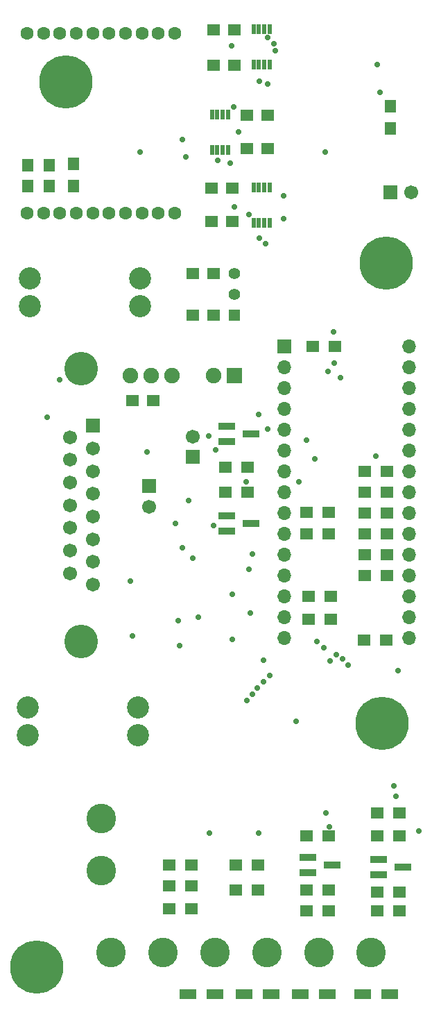
<source format=gbs>
G04 #@! TF.FileFunction,Soldermask,Bot*
%FSLAX46Y46*%
G04 Gerber Fmt 4.6, Leading zero omitted, Abs format (unit mm)*
G04 Created by KiCad (PCBNEW 4.0.7) date Wednesday, May 09, 2018 'PMt' 10:09:01 PM*
%MOMM*%
%LPD*%
G01*
G04 APERTURE LIST*
%ADD10C,0.100000*%
%ADD11R,1.701600X1.701600*%
%ADD12O,1.701600X1.701600*%
%ADD13R,1.601600X1.351600*%
%ADD14R,1.351600X1.601600*%
%ADD15C,1.701600*%
%ADD16R,2.101600X1.301600*%
%ADD17C,2.701600*%
%ADD18C,4.101600*%
%ADD19C,3.601600*%
%ADD20R,2.001600X0.901600*%
%ADD21R,1.601600X1.401600*%
%ADD22R,1.401600X1.601600*%
%ADD23C,1.401600*%
%ADD24R,1.401600X1.401600*%
%ADD25R,0.501600X1.201600*%
%ADD26C,1.601600*%
%ADD27R,1.901600X1.901600*%
%ADD28C,1.901600*%
%ADD29C,6.501600*%
%ADD30C,0.701600*%
G04 APERTURE END LIST*
D10*
D11*
X118364000Y-80264000D03*
D12*
X133604000Y-113284000D03*
X118364000Y-82804000D03*
X133604000Y-110744000D03*
X118364000Y-85344000D03*
X133604000Y-108204000D03*
X118364000Y-87884000D03*
X133604000Y-105664000D03*
X118364000Y-90424000D03*
X133604000Y-103124000D03*
X118364000Y-92964000D03*
X133604000Y-100584000D03*
X118364000Y-95504000D03*
X133604000Y-98044000D03*
X118364000Y-98044000D03*
X133604000Y-95504000D03*
X118364000Y-100584000D03*
X133604000Y-92964000D03*
X118364000Y-103124000D03*
X133604000Y-90424000D03*
X118364000Y-105664000D03*
X133604000Y-87884000D03*
X118364000Y-108204000D03*
X133604000Y-85344000D03*
X118364000Y-110744000D03*
X133604000Y-82804000D03*
X118364000Y-113284000D03*
X133604000Y-80264000D03*
X118364000Y-115824000D03*
X133604000Y-115824000D03*
D13*
X109708000Y-76454000D03*
X107208000Y-76454000D03*
X109708000Y-71374000D03*
X107208000Y-71374000D03*
X109748000Y-45974000D03*
X112248000Y-45974000D03*
X109748000Y-41656000D03*
X112248000Y-41656000D03*
D14*
X89662000Y-60686000D03*
X89662000Y-58186000D03*
X86995000Y-60686000D03*
X86995000Y-58186000D03*
D13*
X109494000Y-65024000D03*
X111994000Y-65024000D03*
X109494000Y-60960000D03*
X111994000Y-60960000D03*
X116312000Y-56134000D03*
X113812000Y-56134000D03*
X116312000Y-52070000D03*
X113812000Y-52070000D03*
D11*
X101854000Y-97282000D03*
D15*
X101854000Y-99782000D03*
D11*
X107188000Y-93726000D03*
D15*
X107188000Y-91226000D03*
D16*
X120270000Y-159258000D03*
X123570000Y-159258000D03*
X127890000Y-159258000D03*
X131190000Y-159258000D03*
X109854000Y-159258000D03*
X106554000Y-159258000D03*
X116712000Y-159258000D03*
X113412000Y-159258000D03*
D17*
X87245000Y-71960000D03*
X87245000Y-75360000D03*
X100715000Y-71960000D03*
X100715000Y-75360000D03*
X86991000Y-124284000D03*
X86991000Y-127684000D03*
X100461000Y-124284000D03*
X100461000Y-127684000D03*
D11*
X94996000Y-89916000D03*
D15*
X94996000Y-92686000D03*
X94996000Y-95456000D03*
X94996000Y-98226000D03*
X94996000Y-100996000D03*
X94996000Y-103766000D03*
X94996000Y-106536000D03*
X94996000Y-109306000D03*
X92156000Y-91301000D03*
X92156000Y-94071000D03*
X92156000Y-96841000D03*
X92156000Y-99611000D03*
X92156000Y-102381000D03*
X92156000Y-105151000D03*
X92156000Y-107921000D03*
D18*
X93576000Y-82961000D03*
X93576000Y-116261000D03*
D19*
X96012000Y-144145000D03*
X96012000Y-137795000D03*
X128905000Y-154178000D03*
X122555000Y-154178000D03*
X116205000Y-154178000D03*
X109855000Y-154178000D03*
X103505000Y-154178000D03*
X97155000Y-154178000D03*
D20*
X111276000Y-91882000D03*
X111276000Y-89982000D03*
X114276000Y-90932000D03*
X111276000Y-102804000D03*
X111276000Y-100904000D03*
X114276000Y-101854000D03*
X121182000Y-144460000D03*
X121182000Y-142560000D03*
X124182000Y-143510000D03*
X129818000Y-144714000D03*
X129818000Y-142814000D03*
X132818000Y-143764000D03*
D21*
X128190000Y-98044000D03*
X130890000Y-98044000D03*
X128190000Y-95504000D03*
X130890000Y-95504000D03*
X124032000Y-113538000D03*
X121332000Y-113538000D03*
X128063000Y-116078000D03*
X130763000Y-116078000D03*
X124540000Y-80264000D03*
X121840000Y-80264000D03*
X124032000Y-110744000D03*
X121332000Y-110744000D03*
D22*
X92583000Y-57959000D03*
X92583000Y-60659000D03*
X131318000Y-53674000D03*
X131318000Y-50974000D03*
D21*
X111172000Y-94996000D03*
X113872000Y-94996000D03*
X113872000Y-98044000D03*
X111172000Y-98044000D03*
X123778000Y-100457000D03*
X121078000Y-100457000D03*
X123778000Y-103124000D03*
X121078000Y-103124000D03*
X121078000Y-139954000D03*
X123778000Y-139954000D03*
X129714000Y-137160000D03*
X132414000Y-137160000D03*
X129714000Y-139954000D03*
X132414000Y-139954000D03*
X123778000Y-146558000D03*
X121078000Y-146558000D03*
X129714000Y-146812000D03*
X132414000Y-146812000D03*
X123778000Y-149098000D03*
X121078000Y-149098000D03*
X104314000Y-143510000D03*
X107014000Y-143510000D03*
X104314000Y-146050000D03*
X107014000Y-146050000D03*
X112442000Y-143510000D03*
X115142000Y-143510000D03*
X112442000Y-146558000D03*
X115142000Y-146558000D03*
X128190000Y-108204000D03*
X130890000Y-108204000D03*
X128190000Y-103124000D03*
X130890000Y-103124000D03*
X128190000Y-105664000D03*
X130890000Y-105664000D03*
X128190000Y-100584000D03*
X130890000Y-100584000D03*
X132414000Y-149098000D03*
X129714000Y-149098000D03*
X104314000Y-148844000D03*
X107014000Y-148844000D03*
D23*
X112268000Y-71374000D03*
D24*
X112268000Y-76454000D03*
D23*
X112268000Y-73914000D03*
D25*
X114595000Y-41538000D03*
X115245000Y-41538000D03*
X115895000Y-41538000D03*
X116545000Y-41538000D03*
X116545000Y-45838000D03*
X115895000Y-45838000D03*
X115245000Y-45838000D03*
X114595000Y-45838000D03*
D26*
X86948500Y-42022500D03*
X86948500Y-64022500D03*
X88948500Y-42022500D03*
X88948500Y-64022500D03*
X90948500Y-42022500D03*
X90948500Y-64022500D03*
X92948500Y-42022500D03*
X92948500Y-64022500D03*
X94948500Y-42022500D03*
X94948500Y-64022500D03*
X96948500Y-42022500D03*
X96948500Y-64022500D03*
X98948500Y-42022500D03*
X98948500Y-64022500D03*
X100948500Y-42022500D03*
X100948500Y-64022500D03*
X102948500Y-42022500D03*
X102948500Y-64022500D03*
X104948500Y-42022500D03*
X104948500Y-64022500D03*
D25*
X114595000Y-60842000D03*
X115245000Y-60842000D03*
X115895000Y-60842000D03*
X116545000Y-60842000D03*
X116545000Y-65142000D03*
X115895000Y-65142000D03*
X115245000Y-65142000D03*
X114595000Y-65142000D03*
X111465000Y-56252000D03*
X110815000Y-56252000D03*
X110165000Y-56252000D03*
X109515000Y-56252000D03*
X109515000Y-51952000D03*
X110165000Y-51952000D03*
X110815000Y-51952000D03*
X111465000Y-51952000D03*
D27*
X112268000Y-83820000D03*
D28*
X109728000Y-83820000D03*
X104648000Y-83820000D03*
X102108000Y-83820000D03*
X99568000Y-83820000D03*
D11*
X131318000Y-61468000D03*
D15*
X133818000Y-61468000D03*
D13*
X99842000Y-86868000D03*
X102342000Y-86868000D03*
D29*
X91694000Y-48006000D03*
X130810000Y-70104000D03*
X130302000Y-126238000D03*
X88138000Y-155956000D03*
D30*
X115316000Y-67056000D03*
X111760000Y-57912000D03*
X124333000Y-78486000D03*
X114427000Y-122682000D03*
X118237000Y-64643000D03*
X118237000Y-61849000D03*
X100711000Y-56515000D03*
X106299000Y-57150000D03*
X112014000Y-110490000D03*
X119761000Y-125984000D03*
X131953000Y-135128000D03*
X101600000Y-93091000D03*
X114427000Y-105537000D03*
X114173000Y-112776000D03*
X114046000Y-107442000D03*
X105029000Y-101854000D03*
X99568000Y-108839000D03*
X99822000Y-115570000D03*
X105537000Y-116713000D03*
X112014000Y-115951000D03*
X115824000Y-118491000D03*
X129667000Y-45847000D03*
X115062000Y-121920000D03*
X122301000Y-116205000D03*
X115824000Y-121158000D03*
X123190000Y-116967000D03*
X116586000Y-120396000D03*
X125476000Y-118364000D03*
X116332000Y-90297000D03*
X123952000Y-118618000D03*
X115189000Y-88519000D03*
X126111000Y-119126000D03*
X113792000Y-123444000D03*
X132207000Y-119761000D03*
X124714000Y-117856000D03*
X114046000Y-64135000D03*
X112776000Y-54102000D03*
X117221000Y-44196000D03*
X123698000Y-83312000D03*
X120142000Y-96774000D03*
X116078000Y-67691000D03*
X115316000Y-47879000D03*
X122047000Y-93980000D03*
X125222000Y-84074000D03*
X90932000Y-84328000D03*
X89408000Y-88900000D03*
X124460000Y-82296000D03*
X121031000Y-91694000D03*
X110236000Y-57531000D03*
X116332000Y-48260000D03*
X129540000Y-93599000D03*
X105918000Y-54991000D03*
X112141000Y-51054000D03*
X111887000Y-43561000D03*
X112268000Y-63246000D03*
X109982000Y-92837000D03*
X109728000Y-102108000D03*
X113665000Y-96774000D03*
X123444000Y-137160000D03*
X131699000Y-133858000D03*
X123317000Y-56515000D03*
X117094000Y-43307000D03*
X116332000Y-42545000D03*
X130048000Y-49276000D03*
X107823000Y-113284000D03*
X105410000Y-113665000D03*
X105918000Y-104775000D03*
X107188000Y-106045000D03*
X109093000Y-91186000D03*
X106680000Y-99060000D03*
X123825000Y-138811000D03*
X134747000Y-139319000D03*
X109220000Y-139573000D03*
X115189000Y-139573000D03*
M02*

</source>
